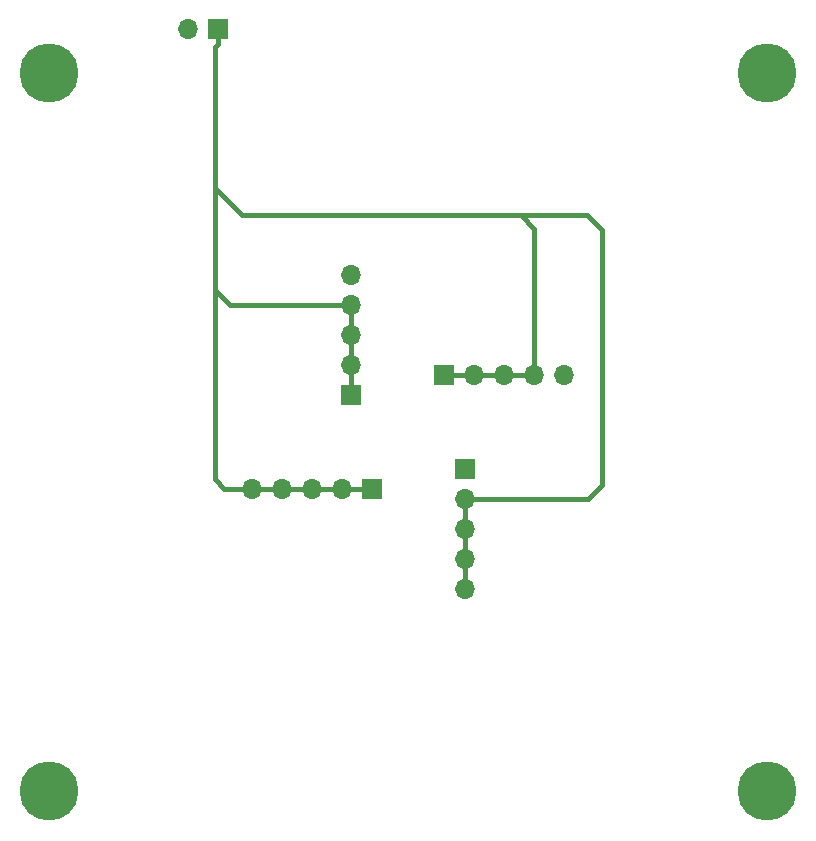
<source format=gbl>
G04 #@! TF.GenerationSoftware,KiCad,Pcbnew,(5.1.5)-3*
G04 #@! TF.CreationDate,2020-11-14T22:32:06+01:00*
G04 #@! TF.ProjectId,Christmas C2,43687269-7374-46d6-9173-2043322e6b69,rev?*
G04 #@! TF.SameCoordinates,Original*
G04 #@! TF.FileFunction,Copper,L2,Bot*
G04 #@! TF.FilePolarity,Positive*
%FSLAX46Y46*%
G04 Gerber Fmt 4.6, Leading zero omitted, Abs format (unit mm)*
G04 Created by KiCad (PCBNEW (5.1.5)-3) date 2020-11-14 22:32:06*
%MOMM*%
%LPD*%
G04 APERTURE LIST*
%ADD10O,1.700000X1.700000*%
%ADD11R,1.700000X1.700000*%
%ADD12C,5.000000*%
%ADD13C,0.381000*%
G04 APERTURE END LIST*
D10*
X91567000Y-155511500D03*
X94107000Y-155511500D03*
X96647000Y-155511500D03*
X99187000Y-155511500D03*
D11*
X101727000Y-155511500D03*
D10*
X99949000Y-137414000D03*
X99949000Y-139954000D03*
X99949000Y-142494000D03*
X99949000Y-145034000D03*
D11*
X99949000Y-147574000D03*
D10*
X117983000Y-145859500D03*
X115443000Y-145859500D03*
X112903000Y-145859500D03*
X110363000Y-145859500D03*
D11*
X107823000Y-145859500D03*
X109601000Y-153797000D03*
D10*
X109601000Y-156337000D03*
X109601000Y-158877000D03*
X109601000Y-161417000D03*
X109601000Y-163957000D03*
X86106000Y-116586000D03*
D11*
X88646000Y-116586000D03*
D12*
X135191500Y-120269000D03*
X74358500Y-181102000D03*
X74358500Y-120269000D03*
X135191500Y-181102000D03*
D13*
X91567000Y-155511500D02*
X94107000Y-155511500D01*
X96647000Y-155511500D02*
X94107000Y-155511500D01*
X96647000Y-155511500D02*
X99187000Y-155511500D01*
X109601000Y-156337000D02*
X109601000Y-158877000D01*
X109601000Y-158877000D02*
X109601000Y-161417000D01*
X109601000Y-161417000D02*
X109601000Y-163957000D01*
X107823000Y-145859500D02*
X110363000Y-145859500D01*
X110363000Y-145859500D02*
X112903000Y-145859500D01*
X112903000Y-145859500D02*
X115443000Y-145859500D01*
X99949000Y-147574000D02*
X99949000Y-145034000D01*
X99949000Y-145034000D02*
X99949000Y-142494000D01*
X99949000Y-142494000D02*
X99949000Y-139954000D01*
X88646000Y-117817000D02*
X88392000Y-118071000D01*
X88646000Y-116586000D02*
X88646000Y-117817000D01*
X89217500Y-155511500D02*
X91567000Y-155511500D01*
X88392000Y-154686000D02*
X89217500Y-155511500D01*
X88392000Y-145796000D02*
X88392000Y-154686000D01*
X107188000Y-132334000D02*
X90678000Y-132334000D01*
X90678000Y-132334000D02*
X88392000Y-130048000D01*
X88392000Y-118071000D02*
X88392000Y-130048000D01*
X88392000Y-130048000D02*
X88392000Y-131572000D01*
X99187000Y-155511500D02*
X101727000Y-155511500D01*
X115443000Y-133477000D02*
X114300000Y-132334000D01*
X115443000Y-145859500D02*
X115443000Y-133477000D01*
X114300000Y-132334000D02*
X107188000Y-132334000D01*
X88392000Y-145288000D02*
X88392000Y-145796000D01*
X99949000Y-139954000D02*
X89662000Y-139954000D01*
X89662000Y-139954000D02*
X88392000Y-138684000D01*
X88392000Y-130302000D02*
X88392000Y-138684000D01*
X88392000Y-138684000D02*
X88392000Y-145288000D01*
X119888000Y-132334000D02*
X114300000Y-132334000D01*
X121158000Y-133604000D02*
X119888000Y-132334000D01*
X121158000Y-155194000D02*
X121158000Y-133604000D01*
X109601000Y-156337000D02*
X120015000Y-156337000D01*
X120015000Y-156337000D02*
X121158000Y-155194000D01*
M02*

</source>
